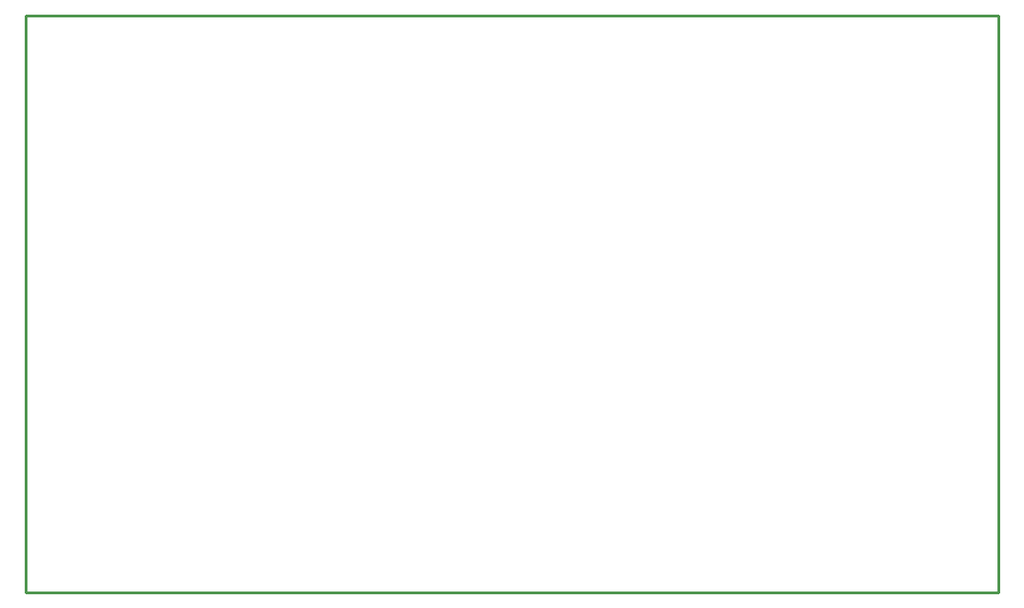
<source format=gko>
G04 Layer: BoardOutlineLayer*
G04 EasyEDA v6.5.3, 2022-04-04 14:49:07*
G04 cbda9177925744229a5c16aaf3607e86,be635ba5e1a24524a6f9dddda72dafc0,10*
G04 Gerber Generator version 0.2*
G04 Scale: 100 percent, Rotated: No, Reflected: No *
G04 Dimensions in millimeters *
G04 leading zeros omitted , absolute positions ,4 integer and 5 decimal *
%FSLAX45Y45*%
%MOMM*%

%ADD10C,0.2540*%
D10*
X-91287600Y66040000D02*
G01*
X-91287600Y60706000D01*
X-82931000Y60706000D01*
X-82296000Y60706000D01*
X-82296000Y60960000D01*
X-82296000Y61468000D01*
X-82296000Y61976000D01*
X-82296000Y62738000D01*
X-82296000Y64008000D01*
X-82296000Y64770000D01*
X-82296000Y64770000D01*
X-82296000Y65024000D01*
X-82296000Y65278000D01*
X-82296000Y66040000D01*
X-83058000Y66040000D01*
X-91287600Y66040000D01*

%LPD*%
M02*

</source>
